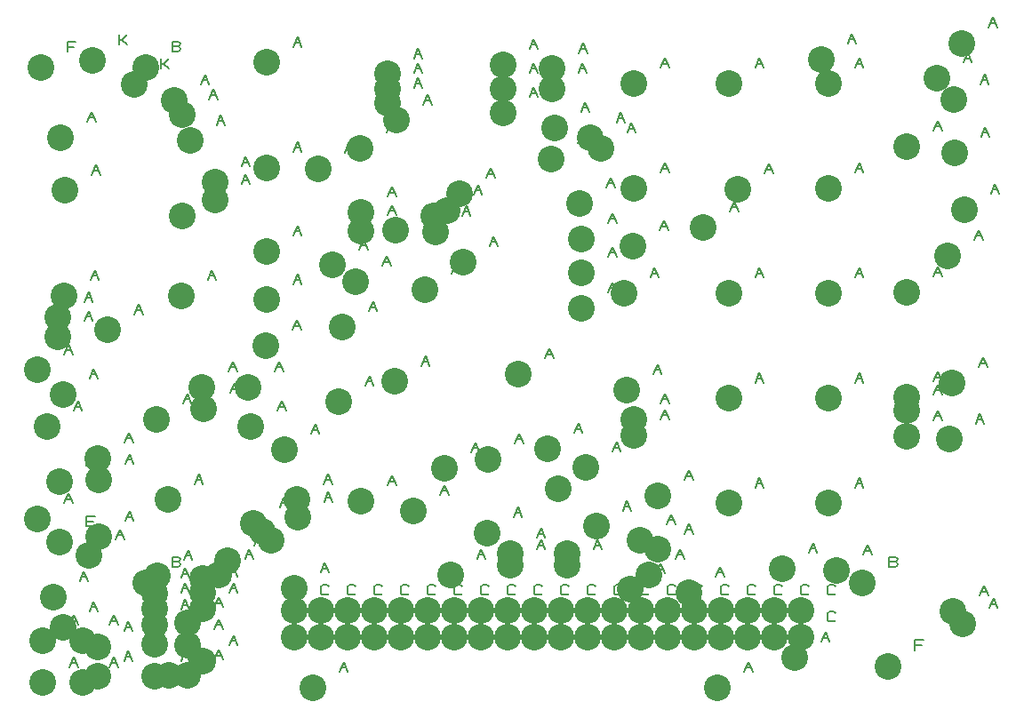
<source format=gbr>
G04 DesignSpark PCB PRO Gerber Version 10.0 Build 5299*
G04 #@! TF.Part,Single*
G04 #@! TF.FileFunction,Drillmap*
G04 #@! TF.FilePolarity,Positive*
%FSLAX35Y35*%
%MOIN*%
%ADD119C,0.00500*%
G04 #@! TA.AperFunction,ViaPad*
%ADD118C,0.10000*%
G04 #@! TD.AperFunction*
X0Y0D02*
D02*
D118*
X20578Y73229D03*
X20579Y129134D03*
X21759Y242520D03*
X22547Y11811D03*
Y27559D03*
X24122Y107874D03*
X26287Y44095D03*
X28059Y141733D03*
Y148819D03*
X28858Y64606D03*
Y87362D03*
X29240Y216339D03*
X30028Y32677D03*
Y120079D03*
X30421Y157087D03*
X30815Y196457D03*
X37508Y11811D03*
Y27559D03*
X39870Y59646D03*
X41051Y245276D03*
X43020Y14173D03*
Y25197D03*
X43216Y96063D03*
X43413Y66536D03*
Y87993D03*
X46838Y144134D03*
X56799Y236221D03*
X60933Y49409D03*
X60933Y242717D03*
X64279Y14173D03*
Y26378D03*
Y33465D03*
Y39764D03*
Y45276D03*
X65067Y110630D03*
X65460Y51969D03*
X69398Y80512D03*
X69791Y14567D03*
X71759Y230315D03*
X74319Y157087D03*
X74909Y186811D03*
Y224804D03*
X76878Y14567D03*
Y25984D03*
Y34252D03*
X77665Y215158D03*
X82193Y122638D03*
X82389Y20079D03*
Y39764D03*
Y45669D03*
Y50788D03*
X82783Y114567D03*
X86960Y192914D03*
Y199607D03*
X88295Y52363D03*
X91838Y57481D03*
X99515Y122638D03*
X100500Y107874D03*
X101287Y71654D03*
X104633Y68504D03*
X106208Y138189D03*
X106405Y155512D03*
Y173622D03*
Y205119D03*
Y244489D03*
X108177Y65355D03*
X113098Y99213D03*
X116618Y28859D03*
Y38859D03*
X116641Y47244D03*
X117822Y80512D03*
X118019Y73820D03*
X123728Y10040D03*
X125696Y204725D03*
X126618Y28859D03*
Y38859D03*
X131208Y168504D03*
X133374Y117323D03*
X134751Y145276D03*
X136618Y28859D03*
Y38859D03*
X139870Y162205D03*
X141444Y212224D03*
X141838Y79922D03*
Y181299D03*
Y188189D03*
X146618Y28859D03*
Y38859D03*
X151680Y229135D03*
Y234646D03*
Y240158D03*
X154437Y124804D03*
X154830Y181496D03*
X155224Y222835D03*
X156618Y28859D03*
Y38859D03*
X161523Y76378D03*
X165854Y159449D03*
X166618Y28859D03*
Y38859D03*
X169004Y187008D03*
X169791Y181103D03*
X173137Y92323D03*
X174122Y188976D03*
X175303Y52363D03*
X176618Y28859D03*
Y38859D03*
X178846Y195276D03*
X180028Y169685D03*
X186618Y28859D03*
Y38859D03*
X189082Y68111D03*
X189476Y95670D03*
X194988Y225591D03*
Y234646D03*
Y243701D03*
X196618Y28859D03*
Y38859D03*
X197744Y55906D03*
Y60237D03*
X200894Y127559D03*
X206618Y28859D03*
Y38859D03*
X211720Y99607D03*
X213098Y208268D03*
X213295Y234646D03*
X213492Y242126D03*
X214279Y220079D03*
X215854Y84646D03*
X216618Y28859D03*
Y38859D03*
X219004Y55906D03*
Y60237D03*
X223925Y191733D03*
X224516Y152362D03*
Y165748D03*
Y178346D03*
X226090Y92520D03*
X226618Y28859D03*
Y38859D03*
X227665Y216142D03*
X230027Y70473D03*
X231602Y212205D03*
X236618Y28859D03*
Y38859D03*
X240264Y157874D03*
X241445Y121654D03*
X242626Y46851D03*
X243807Y175591D03*
X244201Y104724D03*
Y110630D03*
Y197244D03*
Y236614D03*
X246563Y65355D03*
X246618Y28859D03*
Y38859D03*
X249909Y52363D03*
X253256Y61811D03*
Y81890D03*
X256618Y28859D03*
Y38859D03*
X264870Y45670D03*
X266618Y28859D03*
Y38859D03*
X270185Y182678D03*
X275500Y10040D03*
X276618Y28859D03*
Y38859D03*
X279634Y79134D03*
Y118504D03*
Y157874D03*
Y236614D03*
X283177Y196851D03*
X286618Y28859D03*
Y38859D03*
X296618Y28859D03*
Y38859D03*
X299712Y54725D03*
X304437Y21260D03*
X306618Y28859D03*
Y38859D03*
X314279Y245670D03*
X317035Y79134D03*
Y118504D03*
Y157874D03*
Y197244D03*
Y236614D03*
X320185Y53937D03*
X329831Y49409D03*
X339476Y18110D03*
X346563Y104331D03*
Y113977D03*
Y118898D03*
Y158268D03*
Y212993D03*
X357783Y238583D03*
X361917Y172048D03*
X362311Y103150D03*
X363492Y124213D03*
X363885Y38583D03*
X364082Y230512D03*
X364279Y210630D03*
X367232Y251772D03*
X367429Y33858D03*
X368019Y189370D03*
D02*
D119*
X30578Y79166D02*
X32141Y82916D01*
X33704Y79166D01*
X31204Y80729D02*
X33078D01*
X30579Y135071D02*
X32141Y138821D01*
X33704Y135071D01*
X31204Y136634D02*
X33079D01*
X31759Y248457D02*
Y252207D01*
X34885D01*
X34259Y250333D02*
X31759D01*
X32547Y17748D02*
X34110Y21498D01*
X35672Y17748D01*
X33172Y19311D02*
X35047D01*
X32547Y33496D02*
X34110Y37246D01*
X35672Y33496D01*
X33172Y35059D02*
X35047D01*
X34122Y113811D02*
X35685Y117561D01*
X37247Y113811D01*
X34747Y115374D02*
X36622D01*
X36287Y50032D02*
X37850Y53782D01*
X39412Y50032D01*
X36912Y51595D02*
X38787D01*
X38059Y147670D02*
X39621Y151420D01*
X41184Y147670D01*
X38684Y149233D02*
X40559D01*
X38059Y154757D02*
X39621Y158507D01*
X41184Y154757D01*
X38684Y156319D02*
X40559D01*
X38858Y70544D02*
Y74294D01*
X41983D01*
X41358Y72419D02*
X38858D01*
Y70544D02*
X41983D01*
X38858Y93300D02*
Y97050D01*
X41983D01*
X41358Y95175D02*
X38858D01*
Y93300D02*
X41983D01*
X39240Y222276D02*
X40802Y226026D01*
X42365Y222276D01*
X39865Y223839D02*
X41740D01*
X40028Y38615D02*
X41590Y42365D01*
X43153Y38615D01*
X40653Y40177D02*
X42528D01*
X40028Y126016D02*
X41590Y129766D01*
X43153Y126016D01*
X40653Y127579D02*
X42528D01*
X40421Y163024D02*
X41984Y166774D01*
X43546Y163024D01*
X41046Y164587D02*
X42921D01*
X40815Y202394D02*
X42378Y206144D01*
X43940Y202394D01*
X41440Y203957D02*
X43315D01*
X47508Y17748D02*
X49070Y21498D01*
X50633Y17748D01*
X48133Y19311D02*
X50008D01*
X47508Y33496D02*
X49070Y37246D01*
X50633Y33496D01*
X48133Y35059D02*
X50008D01*
X49870Y65583D02*
X51433Y69333D01*
X52995Y65583D01*
X50495Y67146D02*
X52370D01*
X51051Y251213D02*
Y254963D01*
Y253089D02*
X51988D01*
X54176Y254963D01*
X51988Y253089D02*
X54176Y251213D01*
X53020Y20111D02*
X54582Y23861D01*
X56145Y20111D01*
X53645Y21673D02*
X55520D01*
X53020Y31134D02*
X54582Y34884D01*
X56145Y31134D01*
X53645Y32697D02*
X55520D01*
X53216Y102001D02*
X54779Y105751D01*
X56341Y102001D01*
X53841Y103563D02*
X55716D01*
X53413Y72473D02*
X54976Y76223D01*
X56538Y72473D01*
X54038Y74036D02*
X55913D01*
X53413Y93930D02*
X54976Y97680D01*
X56538Y93930D01*
X54038Y95493D02*
X55913D01*
X56838Y150072D02*
X58401Y153822D01*
X59963Y150072D01*
X57463Y151634D02*
X59338D01*
X66799Y242158D02*
Y245908D01*
Y244033D02*
X67736D01*
X69924Y245908D01*
X67736Y244033D02*
X69924Y242158D01*
X73120Y57222D02*
X73745Y56909D01*
X74058Y56285D01*
X73745Y55659D01*
X73120Y55347D01*
X70933D01*
Y59097D01*
X73120D01*
X73745Y58785D01*
X74058Y58159D01*
X73745Y57535D01*
X73120Y57222D01*
X70933D01*
X73120Y250529D02*
X73746Y250217D01*
X74058Y249592D01*
X73746Y248967D01*
X73120Y248654D01*
X70933D01*
Y252404D01*
X73120D01*
X73746Y252092D01*
X74058Y251467D01*
X73746Y250842D01*
X73120Y250529D01*
X70933D01*
X74279Y20111D02*
X75842Y23861D01*
X77404Y20111D01*
X74904Y21673D02*
X76779D01*
X74279Y32315D02*
X75842Y36065D01*
X77404Y32315D01*
X74904Y33878D02*
X76779D01*
X74279Y39402D02*
X75842Y43152D01*
X77404Y39402D01*
X74904Y40965D02*
X76779D01*
X74279Y45701D02*
X75842Y49451D01*
X77404Y45701D01*
X74904Y47264D02*
X76779D01*
X74279Y51213D02*
X75842Y54963D01*
X77404Y51213D01*
X74904Y52776D02*
X76779D01*
X75067Y116567D02*
X76629Y120317D01*
X78192Y116567D01*
X75692Y118130D02*
X77567D01*
X75460Y57906D02*
X77023Y61656D01*
X78585Y57906D01*
X76085Y59469D02*
X77960D01*
X79398Y86450D02*
X80960Y90200D01*
X82523Y86450D01*
X80023Y88012D02*
X81898D01*
X79791Y20504D02*
X81354Y24254D01*
X82916Y20504D01*
X80416Y22067D02*
X82291D01*
X81759Y236253D02*
X83322Y240003D01*
X84885Y236253D01*
X82385Y237815D02*
X84259D01*
X84319Y163024D02*
X85881Y166774D01*
X87444Y163024D01*
X84944Y164587D02*
X86819D01*
X84909Y192749D02*
X86472Y196499D01*
X88034Y192749D01*
X85534Y194311D02*
X87409D01*
X84909Y230741D02*
X86472Y234491D01*
X88034Y230741D01*
X85534Y232304D02*
X87409D01*
X86878Y20504D02*
X88440Y24254D01*
X90003Y20504D01*
X87503Y22067D02*
X89378D01*
X86878Y31922D02*
X88440Y35672D01*
X90003Y31922D01*
X87503Y33484D02*
X89378D01*
X86878Y40189D02*
X88440Y43939D01*
X90003Y40189D01*
X87503Y41752D02*
X89378D01*
X87665Y221095D02*
X89228Y224845D01*
X90790Y221095D01*
X88290Y222658D02*
X90165D01*
X92193Y128576D02*
X93755Y132326D01*
X95318Y128576D01*
X92818Y130138D02*
X94693D01*
X92389Y26016D02*
X93952Y29766D01*
X95515Y26016D01*
X93015Y27579D02*
X94889D01*
X92389Y45701D02*
X93952Y49451D01*
X95515Y45701D01*
X93015Y47264D02*
X94889D01*
X92389Y51607D02*
X93952Y55357D01*
X95515Y51607D01*
X93015Y53169D02*
X94889D01*
X92389Y56725D02*
X93952Y60475D01*
X95515Y56725D01*
X93015Y58288D02*
X94889D01*
X92783Y120504D02*
X94346Y124254D01*
X95908Y120504D01*
X93408Y122067D02*
X95283D01*
X96960Y198851D02*
X98523Y202601D01*
X100085Y198851D01*
X97585Y200414D02*
X99460D01*
X96960Y205544D02*
X98523Y209294D01*
X100085Y205544D01*
X97585Y207107D02*
X99460D01*
X98295Y58300D02*
X99857Y62050D01*
X101420Y58300D01*
X98920Y59863D02*
X100795D01*
X101838Y63418D02*
X103401Y67168D01*
X104963Y63418D01*
X102463Y64981D02*
X104338D01*
X109515Y128576D02*
X111078Y132326D01*
X112641Y128576D01*
X110141Y130138D02*
X112015D01*
X110500Y113812D02*
X112062Y117562D01*
X113625Y113812D01*
X111125Y115374D02*
X113000D01*
X111287Y77591D02*
X112850Y81341D01*
X114412Y77591D01*
X111912Y79154D02*
X113787D01*
X114633Y74442D02*
X116196Y78192D01*
X117759Y74442D01*
X115259Y76004D02*
X117133D01*
X116208Y144127D02*
X117771Y147877D01*
X119333Y144127D01*
X116833Y145689D02*
X118708D01*
X116405Y161450D02*
X117968Y165200D01*
X119530Y161450D01*
X117030Y163012D02*
X118905D01*
X116405Y179560D02*
X117968Y183310D01*
X119530Y179560D01*
X117030Y181122D02*
X118905D01*
X116405Y211056D02*
X117968Y214806D01*
X119530Y211056D01*
X117030Y212619D02*
X118905D01*
X116405Y250426D02*
X117968Y254176D01*
X119530Y250426D01*
X117030Y251989D02*
X118905D01*
X118177Y71292D02*
X119739Y75042D01*
X121302Y71292D01*
X118802Y72855D02*
X120677D01*
X123098Y105150D02*
X124661Y108900D01*
X126223Y105150D01*
X123723Y106713D02*
X125598D01*
X129743Y35421D02*
X129430Y35109D01*
X128805Y34796D01*
X127868D01*
X127243Y35109D01*
X126930Y35421D01*
X126618Y36046D01*
Y37296D01*
X126930Y37921D01*
X127243Y38234D01*
X127868Y38546D01*
X128805D01*
X129430Y38234D01*
X129743Y37921D01*
Y45421D02*
X129430Y45109D01*
X128805Y44796D01*
X127868D01*
X127243Y45109D01*
X126930Y45421D01*
X126618Y46046D01*
Y47296D01*
X126930Y47921D01*
X127243Y48234D01*
X127868Y48546D01*
X128805D01*
X129430Y48234D01*
X129743Y47921D01*
X126641Y53182D02*
X128204Y56932D01*
X129767Y53182D01*
X127267Y54744D02*
X129141D01*
X127822Y86450D02*
X129385Y90200D01*
X130948Y86450D01*
X128448Y88012D02*
X130322D01*
X128019Y79757D02*
X129582Y83507D01*
X131144Y79757D01*
X128644Y81320D02*
X130519D01*
X133728Y15977D02*
X135291Y19727D01*
X136853Y15977D01*
X134353Y17540D02*
X136228D01*
X135696Y210662D02*
X137259Y214412D01*
X138822Y210662D01*
X136322Y212225D02*
X138196D01*
X139743Y35421D02*
X139430Y35109D01*
X138805Y34796D01*
X137868D01*
X137243Y35109D01*
X136930Y35421D01*
X136618Y36046D01*
Y37296D01*
X136930Y37921D01*
X137243Y38234D01*
X137868Y38546D01*
X138805D01*
X139430Y38234D01*
X139743Y37921D01*
Y45421D02*
X139430Y45109D01*
X138805Y44796D01*
X137868D01*
X137243Y45109D01*
X136930Y45421D01*
X136618Y46046D01*
Y47296D01*
X136930Y47921D01*
X137243Y48234D01*
X137868Y48546D01*
X138805D01*
X139430Y48234D01*
X139743Y47921D01*
X141208Y174442D02*
X142771Y178192D01*
X144333Y174442D01*
X141833Y176004D02*
X143708D01*
X143374Y123261D02*
X144936Y127011D01*
X146499Y123261D01*
X143999Y124823D02*
X145874D01*
X144751Y151213D02*
X146314Y154963D01*
X147876Y151213D01*
X145376Y152776D02*
X147251D01*
X149743Y35421D02*
X149430Y35109D01*
X148805Y34796D01*
X147868D01*
X147243Y35109D01*
X146930Y35421D01*
X146618Y36046D01*
Y37296D01*
X146930Y37921D01*
X147243Y38234D01*
X147868Y38546D01*
X148805D01*
X149430Y38234D01*
X149743Y37921D01*
Y45421D02*
X149430Y45109D01*
X148805Y44796D01*
X147868D01*
X147243Y45109D01*
X146930Y45421D01*
X146618Y46046D01*
Y47296D01*
X146930Y47921D01*
X147243Y48234D01*
X147868Y48546D01*
X148805D01*
X149430Y48234D01*
X149743Y47921D01*
X149870Y168143D02*
X151432Y171893D01*
X152995Y168143D01*
X150495Y169705D02*
X152370D01*
X151444Y218162D02*
X153007Y221912D01*
X154570Y218162D01*
X152070Y219724D02*
X153944D01*
X151838Y85859D02*
X153401Y89609D01*
X154963Y85859D01*
X152463Y87422D02*
X154338D01*
X151838Y187237D02*
X153401Y190987D01*
X154963Y187237D01*
X152463Y188799D02*
X154338D01*
X151838Y194127D02*
X153401Y197877D01*
X154963Y194127D01*
X152463Y195689D02*
X154338D01*
X159743Y35421D02*
X159430Y35109D01*
X158805Y34796D01*
X157868D01*
X157243Y35109D01*
X156930Y35421D01*
X156618Y36046D01*
Y37296D01*
X156930Y37921D01*
X157243Y38234D01*
X157868Y38546D01*
X158805D01*
X159430Y38234D01*
X159743Y37921D01*
Y45421D02*
X159430Y45109D01*
X158805Y44796D01*
X157868D01*
X157243Y45109D01*
X156930Y45421D01*
X156618Y46046D01*
Y47296D01*
X156930Y47921D01*
X157243Y48234D01*
X157868Y48546D01*
X158805D01*
X159430Y48234D01*
X159743Y47921D01*
X161680Y235072D02*
X163243Y238822D01*
X164806Y235072D01*
X162306Y236635D02*
X164180D01*
X161680Y240584D02*
X163243Y244334D01*
X164806Y240584D01*
X162306Y242146D02*
X164180D01*
X161680Y246096D02*
X163243Y249846D01*
X164806Y246096D01*
X162306Y247658D02*
X164180D01*
X164437Y130741D02*
X165999Y134491D01*
X167562Y130741D01*
X165062Y132304D02*
X166937D01*
X164830Y187434D02*
X166393Y191184D01*
X167956Y187434D01*
X165456Y188996D02*
X167330D01*
X165224Y228772D02*
X166787Y232522D01*
X168349Y228772D01*
X165849Y230335D02*
X167724D01*
X169743Y35421D02*
X169430Y35109D01*
X168805Y34796D01*
X167868D01*
X167243Y35109D01*
X166930Y35421D01*
X166618Y36046D01*
Y37296D01*
X166930Y37921D01*
X167243Y38234D01*
X167868Y38546D01*
X168805D01*
X169430Y38234D01*
X169743Y37921D01*
Y45421D02*
X169430Y45109D01*
X168805Y44796D01*
X167868D01*
X167243Y45109D01*
X166930Y45421D01*
X166618Y46046D01*
Y47296D01*
X166930Y47921D01*
X167243Y48234D01*
X167868Y48546D01*
X168805D01*
X169430Y48234D01*
X169743Y47921D01*
X171523Y82316D02*
X173086Y86066D01*
X174648Y82316D01*
X172148Y83878D02*
X174023D01*
X175854Y165387D02*
X177417Y169137D01*
X178979Y165387D01*
X176479Y166949D02*
X178354D01*
X179743Y35421D02*
X179430Y35109D01*
X178805Y34796D01*
X177868D01*
X177243Y35109D01*
X176930Y35421D01*
X176618Y36046D01*
Y37296D01*
X176930Y37921D01*
X177243Y38234D01*
X177868Y38546D01*
X178805D01*
X179430Y38234D01*
X179743Y37921D01*
Y45421D02*
X179430Y45109D01*
X178805Y44796D01*
X177868D01*
X177243Y45109D01*
X176930Y45421D01*
X176618Y46046D01*
Y47296D01*
X176930Y47921D01*
X177243Y48234D01*
X177868Y48546D01*
X178805D01*
X179430Y48234D01*
X179743Y47921D01*
X179004Y192946D02*
X180566Y196696D01*
X182129Y192946D01*
X179629Y194508D02*
X181504D01*
X179791Y187040D02*
X181354Y190790D01*
X182916Y187040D01*
X180416Y188603D02*
X182291D01*
X183137Y98261D02*
X184700Y102011D01*
X186263Y98261D01*
X183763Y99823D02*
X185637D01*
X184122Y194914D02*
X185685Y198664D01*
X187247Y194914D01*
X184747Y196476D02*
X186622D01*
X185303Y58300D02*
X186865Y62050D01*
X188428Y58300D01*
X185928Y59863D02*
X187803D01*
X189743Y35421D02*
X189430Y35109D01*
X188805Y34796D01*
X187868D01*
X187243Y35109D01*
X186930Y35421D01*
X186618Y36046D01*
Y37296D01*
X186930Y37921D01*
X187243Y38234D01*
X187868Y38546D01*
X188805D01*
X189430Y38234D01*
X189743Y37921D01*
Y45421D02*
X189430Y45109D01*
X188805Y44796D01*
X187868D01*
X187243Y45109D01*
X186930Y45421D01*
X186618Y46046D01*
Y47296D01*
X186930Y47921D01*
X187243Y48234D01*
X187868Y48546D01*
X188805D01*
X189430Y48234D01*
X189743Y47921D01*
X188846Y201213D02*
X190409Y204963D01*
X191971Y201213D01*
X189471Y202776D02*
X191346D01*
X190028Y175622D02*
X191590Y179372D01*
X193153Y175622D01*
X190653Y177185D02*
X192528D01*
X199743Y35421D02*
X199430Y35109D01*
X198805Y34796D01*
X197868D01*
X197243Y35109D01*
X196930Y35421D01*
X196618Y36046D01*
Y37296D01*
X196930Y37921D01*
X197243Y38234D01*
X197868Y38546D01*
X198805D01*
X199430Y38234D01*
X199743Y37921D01*
Y45421D02*
X199430Y45109D01*
X198805Y44796D01*
X197868D01*
X197243Y45109D01*
X196930Y45421D01*
X196618Y46046D01*
Y47296D01*
X196930Y47921D01*
X197243Y48234D01*
X197868Y48546D01*
X198805D01*
X199430Y48234D01*
X199743Y47921D01*
X199082Y74048D02*
X200645Y77798D01*
X202207Y74048D01*
X199707Y75611D02*
X201582D01*
X199476Y101607D02*
X201039Y105357D01*
X202601Y101607D01*
X200101Y103170D02*
X201976D01*
X204988Y231528D02*
X206550Y235278D01*
X208113Y231528D01*
X205613Y233091D02*
X207488D01*
X204988Y240583D02*
X206550Y244333D01*
X208113Y240583D01*
X205613Y242146D02*
X207488D01*
X204988Y249639D02*
X206550Y253389D01*
X208113Y249639D01*
X205613Y251201D02*
X207488D01*
X209743Y35421D02*
X209430Y35109D01*
X208805Y34796D01*
X207868D01*
X207243Y35109D01*
X206930Y35421D01*
X206618Y36046D01*
Y37296D01*
X206930Y37921D01*
X207243Y38234D01*
X207868Y38546D01*
X208805D01*
X209430Y38234D01*
X209743Y37921D01*
Y45421D02*
X209430Y45109D01*
X208805Y44796D01*
X207868D01*
X207243Y45109D01*
X206930Y45421D01*
X206618Y46046D01*
Y47296D01*
X206930Y47921D01*
X207243Y48234D01*
X207868Y48546D01*
X208805D01*
X209430Y48234D01*
X209743Y47921D01*
X207744Y61843D02*
X209306Y65593D01*
X210869Y61843D01*
X208369Y63406D02*
X210244D01*
X207744Y66174D02*
X209306Y69924D01*
X210869Y66174D01*
X208369Y67737D02*
X210244D01*
X210894Y133497D02*
X212456Y137247D01*
X214019Y133497D01*
X211519Y135059D02*
X213394D01*
X219743Y35421D02*
X219430Y35109D01*
X218805Y34796D01*
X217868D01*
X217243Y35109D01*
X216930Y35421D01*
X216618Y36046D01*
Y37296D01*
X216930Y37921D01*
X217243Y38234D01*
X217868Y38546D01*
X218805D01*
X219430Y38234D01*
X219743Y37921D01*
Y45421D02*
X219430Y45109D01*
X218805Y44796D01*
X217868D01*
X217243Y45109D01*
X216930Y45421D01*
X216618Y46046D01*
Y47296D01*
X216930Y47921D01*
X217243Y48234D01*
X217868Y48546D01*
X218805D01*
X219430Y48234D01*
X219743Y47921D01*
X221720Y105544D02*
X223283Y109294D01*
X224846Y105544D01*
X222346Y107107D02*
X224220D01*
X223098Y214205D02*
X224661Y217955D01*
X226224Y214205D01*
X223724Y215768D02*
X225598D01*
X223295Y240583D02*
X224857Y244333D01*
X226420Y240583D01*
X223920Y242146D02*
X225795D01*
X223492Y248064D02*
X225054Y251814D01*
X226617Y248064D01*
X224117Y249626D02*
X225992D01*
X224279Y226016D02*
X225842Y229766D01*
X227404Y226016D01*
X224904Y227579D02*
X226779D01*
X225854Y90583D02*
X227417Y94333D01*
X228979Y90583D01*
X226479Y92146D02*
X228354D01*
X229743Y35421D02*
X229430Y35109D01*
X228805Y34796D01*
X227868D01*
X227243Y35109D01*
X226930Y35421D01*
X226618Y36046D01*
Y37296D01*
X226930Y37921D01*
X227243Y38234D01*
X227868Y38546D01*
X228805D01*
X229430Y38234D01*
X229743Y37921D01*
Y45421D02*
X229430Y45109D01*
X228805Y44796D01*
X227868D01*
X227243Y45109D01*
X226930Y45421D01*
X226618Y46046D01*
Y47296D01*
X226930Y47921D01*
X227243Y48234D01*
X227868Y48546D01*
X228805D01*
X229430Y48234D01*
X229743Y47921D01*
X229004Y61843D02*
X230566Y65593D01*
X232129Y61843D01*
X229629Y63406D02*
X231504D01*
X229004Y66174D02*
X230566Y69924D01*
X232129Y66174D01*
X229629Y67737D02*
X231504D01*
X233925Y197670D02*
X235487Y201420D01*
X237050Y197670D01*
X234550Y199233D02*
X236425D01*
X234516Y158300D02*
X236078Y162050D01*
X237641Y158300D01*
X235141Y159862D02*
X237016D01*
X234516Y171685D02*
X236078Y175435D01*
X237641Y171685D01*
X235141Y173248D02*
X237016D01*
X234516Y184284D02*
X236078Y188034D01*
X237641Y184284D01*
X235141Y185846D02*
X237016D01*
X236090Y98457D02*
X237653Y102207D01*
X239215Y98457D01*
X236715Y100020D02*
X238590D01*
X239743Y35421D02*
X239430Y35109D01*
X238805Y34796D01*
X237868D01*
X237243Y35109D01*
X236930Y35421D01*
X236618Y36046D01*
Y37296D01*
X236930Y37921D01*
X237243Y38234D01*
X237868Y38546D01*
X238805D01*
X239430Y38234D01*
X239743Y37921D01*
Y45421D02*
X239430Y45109D01*
X238805Y44796D01*
X237868D01*
X237243Y45109D01*
X236930Y45421D01*
X236618Y46046D01*
Y47296D01*
X236930Y47921D01*
X237243Y48234D01*
X237868Y48546D01*
X238805D01*
X239430Y48234D01*
X239743Y47921D01*
X237665Y222079D02*
X239228Y225829D01*
X240790Y222079D01*
X238290Y223642D02*
X240165D01*
X240027Y76410D02*
X241590Y80160D01*
X243152Y76410D01*
X240652Y77973D02*
X242527D01*
X241602Y218142D02*
X243165Y221892D01*
X244727Y218142D01*
X242227Y219705D02*
X244102D01*
X249743Y35421D02*
X249430Y35109D01*
X248805Y34796D01*
X247868D01*
X247243Y35109D01*
X246930Y35421D01*
X246618Y36046D01*
Y37296D01*
X246930Y37921D01*
X247243Y38234D01*
X247868Y38546D01*
X248805D01*
X249430Y38234D01*
X249743Y37921D01*
Y45421D02*
X249430Y45109D01*
X248805Y44796D01*
X247868D01*
X247243Y45109D01*
X246930Y45421D01*
X246618Y46046D01*
Y47296D01*
X246930Y47921D01*
X247243Y48234D01*
X247868Y48546D01*
X248805D01*
X249430Y48234D01*
X249743Y47921D01*
X250264Y163811D02*
X251826Y167561D01*
X253389Y163811D01*
X250889Y165374D02*
X252764D01*
X251445Y127591D02*
X253007Y131341D01*
X254570Y127591D01*
X252070Y129154D02*
X253945D01*
X252626Y52788D02*
X254188Y56538D01*
X255751Y52788D01*
X253251Y54351D02*
X255126D01*
X253807Y181528D02*
X255370Y185278D01*
X256932Y181528D01*
X254432Y183091D02*
X256307D01*
X254201Y110662D02*
X255763Y114412D01*
X257326Y110662D01*
X254826Y112224D02*
X256701D01*
X254201Y116567D02*
X255763Y120317D01*
X257326Y116567D01*
X254826Y118130D02*
X256701D01*
X254201Y203181D02*
X255763Y206931D01*
X257326Y203181D01*
X254826Y204744D02*
X256701D01*
X254201Y242552D02*
X255763Y246302D01*
X257326Y242552D01*
X254826Y244114D02*
X256701D01*
X256563Y71292D02*
X258126Y75042D01*
X259688Y71292D01*
X257188Y72855D02*
X259063D01*
X259743Y35421D02*
X259430Y35109D01*
X258805Y34796D01*
X257868D01*
X257243Y35109D01*
X256930Y35421D01*
X256618Y36046D01*
Y37296D01*
X256930Y37921D01*
X257243Y38234D01*
X257868Y38546D01*
X258805D01*
X259430Y38234D01*
X259743Y37921D01*
Y45421D02*
X259430Y45109D01*
X258805Y44796D01*
X257868D01*
X257243Y45109D01*
X256930Y45421D01*
X256618Y46046D01*
Y47296D01*
X256930Y47921D01*
X257243Y48234D01*
X257868Y48546D01*
X258805D01*
X259430Y48234D01*
X259743Y47921D01*
X259909Y58300D02*
X261472Y62050D01*
X263034Y58300D01*
X260534Y59863D02*
X262409D01*
X263256Y67749D02*
X264819Y71499D01*
X266381Y67749D01*
X263881Y69311D02*
X265756D01*
X263256Y87827D02*
X264819Y91577D01*
X266381Y87827D01*
X263881Y89390D02*
X265756D01*
X269743Y35421D02*
X269430Y35109D01*
X268805Y34796D01*
X267868D01*
X267243Y35109D01*
X266930Y35421D01*
X266618Y36046D01*
Y37296D01*
X266930Y37921D01*
X267243Y38234D01*
X267868Y38546D01*
X268805D01*
X269430Y38234D01*
X269743Y37921D01*
Y45421D02*
X269430Y45109D01*
X268805Y44796D01*
X267868D01*
X267243Y45109D01*
X266930Y45421D01*
X266618Y46046D01*
Y47296D01*
X266930Y47921D01*
X267243Y48234D01*
X267868Y48546D01*
X268805D01*
X269430Y48234D01*
X269743Y47921D01*
X274870Y51607D02*
X276432Y55357D01*
X277995Y51607D01*
X275495Y53170D02*
X277370D01*
X279743Y35421D02*
X279430Y35109D01*
X278805Y34796D01*
X277868D01*
X277243Y35109D01*
X276930Y35421D01*
X276618Y36046D01*
Y37296D01*
X276930Y37921D01*
X277243Y38234D01*
X277868Y38546D01*
X278805D01*
X279430Y38234D01*
X279743Y37921D01*
Y45421D02*
X279430Y45109D01*
X278805Y44796D01*
X277868D01*
X277243Y45109D01*
X276930Y45421D01*
X276618Y46046D01*
Y47296D01*
X276930Y47921D01*
X277243Y48234D01*
X277868Y48546D01*
X278805D01*
X279430Y48234D01*
X279743Y47921D01*
X280185Y188615D02*
X281748Y192365D01*
X283310Y188615D01*
X280810Y190178D02*
X282685D01*
X285500Y15977D02*
X287062Y19727D01*
X288625Y15977D01*
X286125Y17540D02*
X288000D01*
X289743Y35421D02*
X289430Y35109D01*
X288805Y34796D01*
X287868D01*
X287243Y35109D01*
X286930Y35421D01*
X286618Y36046D01*
Y37296D01*
X286930Y37921D01*
X287243Y38234D01*
X287868Y38546D01*
X288805D01*
X289430Y38234D01*
X289743Y37921D01*
Y45421D02*
X289430Y45109D01*
X288805Y44796D01*
X287868D01*
X287243Y45109D01*
X286930Y45421D01*
X286618Y46046D01*
Y47296D01*
X286930Y47921D01*
X287243Y48234D01*
X287868Y48546D01*
X288805D01*
X289430Y48234D01*
X289743Y47921D01*
X289634Y85071D02*
X291196Y88821D01*
X292759Y85071D01*
X290259Y86634D02*
X292134D01*
X289634Y124441D02*
X291196Y128191D01*
X292759Y124441D01*
X290259Y126004D02*
X292134D01*
X289634Y163811D02*
X291196Y167561D01*
X292759Y163811D01*
X290259Y165374D02*
X292134D01*
X289634Y242552D02*
X291196Y246302D01*
X292759Y242552D01*
X290259Y244114D02*
X292134D01*
X293177Y202788D02*
X294739Y206538D01*
X296302Y202788D01*
X293802Y204351D02*
X295677D01*
X299743Y35421D02*
X299430Y35109D01*
X298805Y34796D01*
X297868D01*
X297243Y35109D01*
X296930Y35421D01*
X296618Y36046D01*
Y37296D01*
X296930Y37921D01*
X297243Y38234D01*
X297868Y38546D01*
X298805D01*
X299430Y38234D01*
X299743Y37921D01*
Y45421D02*
X299430Y45109D01*
X298805Y44796D01*
X297868D01*
X297243Y45109D01*
X296930Y45421D01*
X296618Y46046D01*
Y47296D01*
X296930Y47921D01*
X297243Y48234D01*
X297868Y48546D01*
X298805D01*
X299430Y48234D01*
X299743Y47921D01*
X309743Y35421D02*
X309430Y35109D01*
X308805Y34796D01*
X307868D01*
X307243Y35109D01*
X306930Y35421D01*
X306618Y36046D01*
Y37296D01*
X306930Y37921D01*
X307243Y38234D01*
X307868Y38546D01*
X308805D01*
X309430Y38234D01*
X309743Y37921D01*
Y45421D02*
X309430Y45109D01*
X308805Y44796D01*
X307868D01*
X307243Y45109D01*
X306930Y45421D01*
X306618Y46046D01*
Y47296D01*
X306930Y47921D01*
X307243Y48234D01*
X307868Y48546D01*
X308805D01*
X309430Y48234D01*
X309743Y47921D01*
X309712Y60662D02*
X311275Y64412D01*
X312837Y60662D01*
X310337Y62225D02*
X312212D01*
X314437Y27198D02*
X315999Y30948D01*
X317562Y27198D01*
X315062Y28760D02*
X316937D01*
X319743Y35421D02*
X319430Y35109D01*
X318805Y34796D01*
X317868D01*
X317243Y35109D01*
X316930Y35421D01*
X316618Y36046D01*
Y37296D01*
X316930Y37921D01*
X317243Y38234D01*
X317868Y38546D01*
X318805D01*
X319430Y38234D01*
X319743Y37921D01*
Y45421D02*
X319430Y45109D01*
X318805Y44796D01*
X317868D01*
X317243Y45109D01*
X316930Y45421D01*
X316618Y46046D01*
Y47296D01*
X316930Y47921D01*
X317243Y48234D01*
X317868Y48546D01*
X318805D01*
X319430Y48234D01*
X319743Y47921D01*
X324279Y251607D02*
X325842Y255357D01*
X327404Y251607D01*
X324904Y253170D02*
X326779D01*
X327035Y85071D02*
X328598Y88821D01*
X330161Y85071D01*
X327661Y86634D02*
X329535D01*
X327035Y124441D02*
X328598Y128191D01*
X330161Y124441D01*
X327661Y126004D02*
X329535D01*
X327035Y163811D02*
X328598Y167561D01*
X330161Y163811D01*
X327661Y165374D02*
X329535D01*
X327035Y203181D02*
X328598Y206931D01*
X330161Y203181D01*
X327661Y204744D02*
X329535D01*
X327035Y242552D02*
X328598Y246302D01*
X330161Y242552D01*
X327661Y244114D02*
X329535D01*
X330185Y59875D02*
X331747Y63625D01*
X333310Y59875D01*
X330810Y61437D02*
X332685D01*
X342018Y57222D02*
X342643Y56909D01*
X342956Y56285D01*
X342643Y55659D01*
X342018Y55347D01*
X339831D01*
Y59097D01*
X342018D01*
X342643Y58785D01*
X342956Y58159D01*
X342643Y57535D01*
X342018Y57222D01*
X339831D01*
X349476Y24048D02*
Y27798D01*
X352602D01*
X351976Y25923D02*
X349476D01*
X356563Y110268D02*
X358125Y114018D01*
X359688Y110268D01*
X357188Y111831D02*
X359063D01*
X356563Y119914D02*
X358125Y123664D01*
X359688Y119914D01*
X357188Y121477D02*
X359063D01*
X356563Y124835D02*
X358125Y128585D01*
X359688Y124835D01*
X357188Y126398D02*
X359063D01*
X356563Y164206D02*
X358125Y167956D01*
X359688Y164206D01*
X357188Y165768D02*
X359063D01*
X356563Y218930D02*
X358125Y222680D01*
X359688Y218930D01*
X357188Y220493D02*
X359063D01*
X367783Y244520D02*
X369346Y248270D01*
X370908Y244520D01*
X368408Y246083D02*
X370283D01*
X371917Y177985D02*
X373480Y181735D01*
X375042Y177985D01*
X372542Y179548D02*
X374417D01*
X372311Y109087D02*
X373874Y112837D01*
X375436Y109087D01*
X372936Y110650D02*
X374811D01*
X373492Y130150D02*
X375054Y133900D01*
X376617Y130150D01*
X374117Y131713D02*
X375992D01*
X373885Y44520D02*
X375448Y48270D01*
X377011Y44520D01*
X374511Y46083D02*
X376385D01*
X374082Y236450D02*
X375645Y240200D01*
X377207Y236450D01*
X374707Y238012D02*
X376582D01*
X374279Y216568D02*
X375842Y220318D01*
X377404Y216568D01*
X374904Y218130D02*
X376779D01*
X377232Y257709D02*
X378794Y261459D01*
X380357Y257709D01*
X377857Y259272D02*
X379732D01*
X377429Y39796D02*
X378992Y43546D01*
X380554Y39796D01*
X378054Y41358D02*
X379929D01*
X378019Y195308D02*
X379582Y199058D01*
X381144Y195308D01*
X378644Y196870D02*
X380519D01*
X0Y0D02*
M02*

</source>
